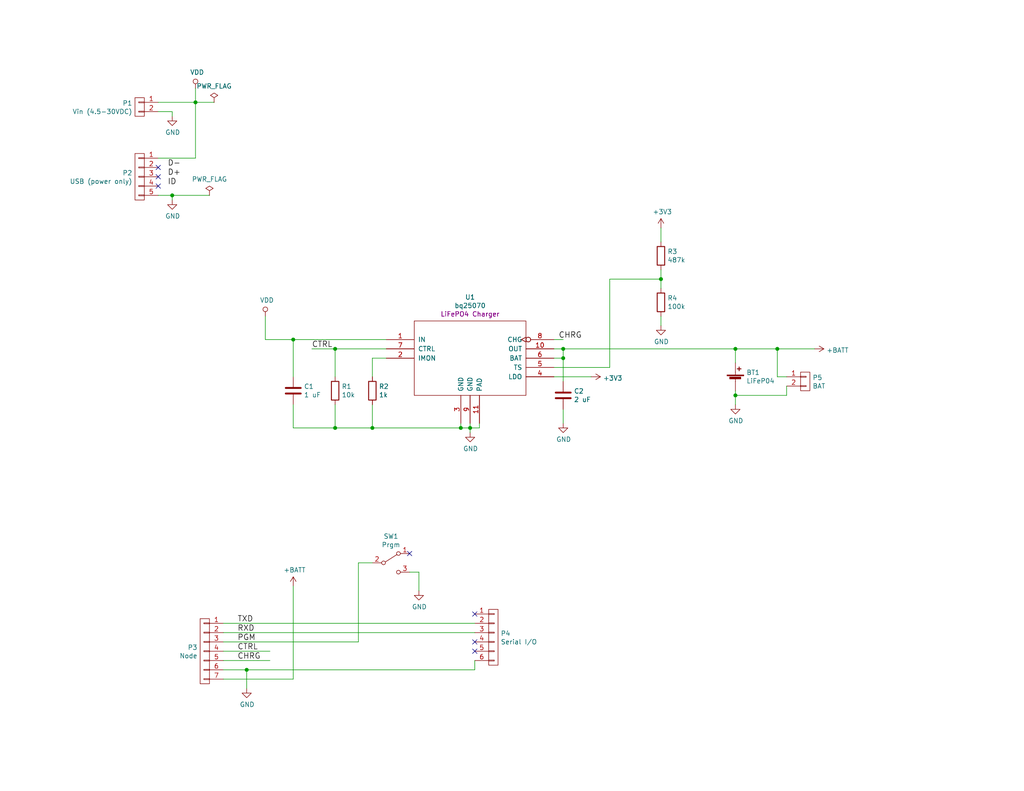
<source format=kicad_sch>
(kicad_sch (version 20230121) (generator eeschema)
  (paper "USLetter")
  (title_block (company "RockingD Labs"))
  (lib_symbols
    (symbol "nodePWR-rescue:+3V3" (power) (pin_names (offset 0))
      (property "Value" "+3V3" (at 0 3.556 0))
      (symbol "+3V3_0_1"
        (polyline (pts (xy -0.762 1.27) (xy 0 2.54)))
        (polyline (pts (xy 0 0) (xy 0 2.54)))
        (polyline (pts (xy 0 2.54) (xy 0.762 1.27)))
      )
      (symbol "+3V3_1_1"
        (pin power_in line (at 0 0 90) (length 0) hide (name "+3V3") (number "1"))
      )
    )
    (symbol "nodePWR-rescue:+BATT" (power) (pin_names (offset 0))
      (property "Value" "+BATT" (at 0 3.556 0))
      (symbol "+BATT_0_1"
        (polyline (pts (xy -0.762 1.27) (xy 0 2.54)))
        (polyline (pts (xy 0 0) (xy 0 2.54)))
        (polyline (pts (xy 0 2.54) (xy 0.762 1.27)))
      )
      (symbol "+BATT_1_1"
        (pin power_in line (at 0 0 90) (length 0) hide (name "+BATT") (number "1"))
      )
    )
    (symbol "nodePWR-rescue:Battery_Cell" (pin_numbers hide) (pin_names (offset 0) hide)
      (property "Reference" "BT" (at 2.54 2.54 0))
      (property "Value" "Battery_Cell" (at 2.54 0 0))
      (symbol "Battery_Cell_0_1"
        (rectangle (start -2.286 1.778) (end 2.286 1.524) (fill (type outline)))
        (rectangle (start -1.5748 1.1938) (end 1.4732 0.6858) (fill (type outline)))
        (polyline (pts (xy 0 0.762) (xy 0 0)))
        (polyline (pts (xy 0 1.778) (xy 0 2.54)))
        (polyline (pts (xy 0.508 3.429) (xy 1.524 3.429)) (stroke (width 0.254)))
        (polyline (pts (xy 1.016 3.937) (xy 1.016 2.921)) (stroke (width 0.254)))
      )
      (symbol "Battery_Cell_1_1"
        (pin passive line (at 0 5.08 270) (length 2.54) (name "+") (number "1"))
        (pin passive line (at 0 -2.54 90) (length 2.54) (name "-") (number "2"))
      )
    )
    (symbol "nodePWR-rescue:C" (pin_numbers hide) (pin_names (offset 0.254))
      (property "Reference" "C" (at 0.635 2.54 0))
      (property "Value" "C" (at 0.635 -2.54 0))
      (symbol "C_0_1"
        (polyline (pts (xy -2.032 -0.762) (xy 2.032 -0.762)) (stroke (width 0.508)))
        (polyline (pts (xy -2.032 0.762) (xy 2.032 0.762)) (stroke (width 0.508)))
      )
      (symbol "C_1_1"
        (pin passive line (at 0 3.81 270) (length 2.794) (name "~") (number "1"))
        (pin passive line (at 0 -3.81 90) (length 2.794) (name "~") (number "2"))
      )
    )
    (symbol "nodePWR-rescue:CONN_01X02" (pin_names (offset 1.016) hide)
      (property "Reference" "P" (at 0 3.81 0))
      (property "Value" "CONN_01X02" (at 2.54 0 90))
      (symbol "CONN_01X02_0_1"
        (rectangle (start -1.27 -1.143) (end 0.254 -1.397))
        (rectangle (start -1.27 1.397) (end 0.254 1.143))
        (rectangle (start -1.27 2.54) (end 1.27 -2.54))
      )
      (symbol "CONN_01X02_1_1"
        (pin passive line (at -5.08 1.27 0) (length 3.81) (name "P1") (number "1"))
        (pin passive line (at -5.08 -1.27 0) (length 3.81) (name "P2") (number "2"))
      )
    )
    (symbol "nodePWR-rescue:CONN_01X05" (pin_names (offset 1.016) hide)
      (property "Reference" "P" (at 0 7.62 0))
      (property "Value" "CONN_01X05" (at 2.54 0 90))
      (symbol "CONN_01X05_0_1"
        (rectangle (start -1.27 -4.953) (end 0.254 -5.207))
        (rectangle (start -1.27 -2.413) (end 0.254 -2.667))
        (rectangle (start -1.27 0.127) (end 0.254 -0.127))
        (rectangle (start -1.27 2.667) (end 0.254 2.413))
        (rectangle (start -1.27 5.207) (end 0.254 4.953))
        (rectangle (start -1.27 6.35) (end 1.27 -6.35))
      )
      (symbol "CONN_01X05_1_1"
        (pin passive line (at -5.08 5.08 0) (length 3.81) (name "P1") (number "1"))
        (pin passive line (at -5.08 2.54 0) (length 3.81) (name "P2") (number "2"))
        (pin passive line (at -5.08 0 0) (length 3.81) (name "P3") (number "3"))
        (pin passive line (at -5.08 -2.54 0) (length 3.81) (name "P4") (number "4"))
        (pin passive line (at -5.08 -5.08 0) (length 3.81) (name "P5") (number "5"))
      )
    )
    (symbol "nodePWR-rescue:CONN_01X06" (pin_names (offset 1.016) hide)
      (property "Reference" "P" (at 0 8.89 0))
      (property "Value" "CONN_01X06" (at 2.54 0 90))
      (symbol "CONN_01X06_0_1"
        (rectangle (start -1.27 -6.223) (end 0.254 -6.477))
        (rectangle (start -1.27 -3.683) (end 0.254 -3.937))
        (rectangle (start -1.27 -1.143) (end 0.254 -1.397))
        (rectangle (start -1.27 1.397) (end 0.254 1.143))
        (rectangle (start -1.27 3.937) (end 0.254 3.683))
        (rectangle (start -1.27 6.477) (end 0.254 6.223))
        (rectangle (start -1.27 7.62) (end 1.27 -7.62))
      )
      (symbol "CONN_01X06_1_1"
        (pin passive line (at -5.08 6.35 0) (length 3.81) (name "P1") (number "1"))
        (pin passive line (at -5.08 3.81 0) (length 3.81) (name "P2") (number "2"))
        (pin passive line (at -5.08 1.27 0) (length 3.81) (name "P3") (number "3"))
        (pin passive line (at -5.08 -1.27 0) (length 3.81) (name "P4") (number "4"))
        (pin passive line (at -5.08 -3.81 0) (length 3.81) (name "P5") (number "5"))
        (pin passive line (at -5.08 -6.35 0) (length 3.81) (name "P6") (number "6"))
      )
    )
    (symbol "nodePWR-rescue:CONN_01X07" (pin_names (offset 1.016) hide)
      (property "Reference" "P" (at 0 10.16 0))
      (property "Value" "CONN_01X07" (at 2.54 0 90))
      (symbol "CONN_01X07_0_1"
        (rectangle (start -1.27 -8.89) (end 1.27 8.89))
        (rectangle (start -1.27 -7.493) (end 0.254 -7.747))
        (rectangle (start -1.27 -4.953) (end 0.254 -5.207))
        (rectangle (start -1.27 -2.413) (end 0.254 -2.667))
        (rectangle (start -1.27 0.127) (end 0.254 -0.127))
        (rectangle (start -1.27 2.667) (end 0.254 2.413))
        (rectangle (start -1.27 5.207) (end 0.254 4.953))
        (rectangle (start -1.27 7.747) (end 0.254 7.493))
      )
      (symbol "CONN_01X07_1_1"
        (pin passive line (at -5.08 7.62 0) (length 3.81) (name "P1") (number "1"))
        (pin passive line (at -5.08 5.08 0) (length 3.81) (name "P2") (number "2"))
        (pin passive line (at -5.08 2.54 0) (length 3.81) (name "P3") (number "3"))
        (pin passive line (at -5.08 0 0) (length 3.81) (name "P4") (number "4"))
        (pin passive line (at -5.08 -2.54 0) (length 3.81) (name "P5") (number "5"))
        (pin passive line (at -5.08 -5.08 0) (length 3.81) (name "P6") (number "6"))
        (pin passive line (at -5.08 -7.62 0) (length 3.81) (name "P7") (number "7"))
      )
    )
    (symbol "nodePWR-rescue:GND" (power) (pin_names (offset 0))
      (property "Value" "GND" (at 0 -3.81 0))
      (symbol "GND_0_1"
        (polyline (pts (xy 0 0) (xy 0 -1.27) (xy 1.27 -1.27) (xy 0 -2.54) (xy -1.27 -1.27) (xy 0 -1.27)))
      )
      (symbol "GND_1_1"
        (pin power_in line (at 0 0 270) (length 0) hide (name "GND") (number "1"))
      )
    )
    (symbol "nodePWR-rescue:PWR_FLAG" (power) (pin_numbers hide) (pin_names (offset 0) hide)
      (property "Value" "PWR_FLAG" (at 0 3.81 0))
      (symbol "PWR_FLAG_0_0"
        (pin power_out line (at 0 0 90) (length 0) (name "pwr") (number "1"))
      )
      (symbol "PWR_FLAG_0_1"
        (polyline (pts (xy 0 0) (xy 0 1.27) (xy -1.016 1.905) (xy 0 2.54) (xy 1.016 1.905) (xy 0 1.27)))
      )
    )
    (symbol "nodePWR-rescue:R" (pin_numbers hide) (pin_names (offset 0))
      (property "Reference" "R" (at 2.032 0 90))
      (property "Value" "R" (at 0 0 90))
      (symbol "R_0_1"
        (rectangle (start -1.016 -2.54) (end 1.016 2.54) (stroke (width 0.254)))
      )
      (symbol "R_1_1"
        (pin passive line (at 0 3.81 270) (length 1.27) (name "~") (number "1"))
        (pin passive line (at 0 -3.81 90) (length 1.27) (name "~") (number "2"))
      )
    )
    (symbol "nodePWR-rescue:SW_SPDT" (pin_names (offset 0) hide)
      (property "Reference" "SW" (at 0 4.318 0))
      (property "Value" "SW_SPDT" (at 0 -5.08 0))
      (symbol "SW_SPDT_0_0"
        (circle (center -2.032 0) (radius 0.508))
        (circle (center 2.032 -2.54) (radius 0.508))
      )
      (symbol "SW_SPDT_0_1"
        (polyline (pts (xy -1.524 0.254) (xy 1.651 2.286)))
        (circle (center 2.032 2.54) (radius 0.508))
      )
      (symbol "SW_SPDT_1_1"
        (pin passive line (at 5.08 2.54 180) (length 2.54) (name "A") (number "1"))
        (pin passive line (at -5.08 0 0) (length 2.54) (name "B") (number "2"))
        (pin passive line (at 5.08 -2.54 180) (length 2.54) (name "C") (number "3"))
      )
    )
    (symbol "nodePWR-rescue:VDD" (power) (pin_names (offset 0))
      (property "Value" "VDD" (at 0 3.81 0))
      (symbol "VDD_0_1"
        (polyline (pts (xy 0 0) (xy 0 1.27)))
        (circle (center 0 1.905) (radius 0.635))
      )
      (symbol "VDD_1_1"
        (pin power_in line (at 0 0 90) (length 0) hide (name "VDD") (number "1"))
      )
    )
    (symbol "nodePWR-rescue:bq25070" (pin_names (offset 1.016))
      (property "Reference" "U" (at 12.7 11.43 0))
      (property "Value" "bq25070" (at 0 2.54 0))
      (property "Datasheet" "LiFePO4 Charger" (at 0 0 0))
      (symbol "bq25070_1_0"
        (rectangle (start -15.24 -10.16) (end 15.24 10.16))
      )
      (symbol "bq25070_1_1"
        (pin power_in line (at -22.86 5.08 0) (length 7.62) (name "IN") (number "1"))
        (pin power_out line (at 22.86 2.54 180) (length 7.62) (name "OUT") (number "10"))
        (pin power_in line (at 2.54 -17.78 90) (length 7.62) (name "PAD") (number "11"))
        (pin output line (at -22.86 0 0) (length 7.62) (name "IMON") (number "2"))
        (pin power_in line (at -2.54 -17.78 90) (length 7.62) (name "GND") (number "3"))
        (pin power_out line (at 22.86 -5.08 180) (length 7.62) (name "LDO") (number "4"))
        (pin input line (at 22.86 -2.54 180) (length 7.62) (name "TS") (number "5"))
        (pin passive line (at 22.86 0 180) (length 7.62) (name "BAT") (number "6"))
        (pin input line (at -22.86 2.54 0) (length 7.62) (name "CTRL") (number "7"))
        (pin open_collector inverted_clock (at 22.86 5.08 180) (length 7.62) (name "CHG") (number "8"))
        (pin power_in line (at 0 -17.78 90) (length 7.62) (name "GND") (number "9"))
      )
    )
  )
  (junction (at 91.44 95.25))
  (junction (at 101.6 116.84))
  (junction (at 153.67 95.25))
  (junction (at 46.99 53.34))
  (junction (at 200.66 95.25))
  (junction (at 200.66 107.95))
  (junction (at 153.67 97.79))
  (junction (at 212.09 95.25))
  (junction (at 125.73 116.84))
  (junction (at 91.44 116.84))
  (junction (at 53.34 27.94))
  (junction (at 128.27 116.84))
  (junction (at 67.31 182.88))
  (junction (at 180.34 76.2))
  (junction (at 80.01 92.71))
  (no_connect (at 43.18 50.8))
  (no_connect (at 129.54 167.64))
  (no_connect (at 43.18 48.26))
  (no_connect (at 111.76 151.13))
  (no_connect (at 129.54 175.26))
  (no_connect (at 129.54 177.8))
  (no_connect (at 43.18 45.72))
  (wire (pts (xy 43.18 27.94) (xy 53.34 27.94)))
  (wire (pts (xy 128.27 116.84) (xy 128.27 118.11)))
  (wire (pts (xy 80.01 102.87) (xy 80.01 92.71)))
  (wire (pts (xy 200.66 106.68) (xy 200.66 107.95)))
  (wire (pts (xy 60.96 177.8) (xy 73.66 177.8)))
  (wire (pts (xy 72.39 86.36) (xy 72.39 92.71)))
  (wire (pts (xy 105.41 97.79) (xy 101.6 97.79)))
  (wire (pts (xy 180.34 76.2) (xy 180.34 78.74)))
  (wire (pts (xy 91.44 95.25) (xy 91.44 102.87)))
  (wire (pts (xy 200.66 107.95) (xy 214.63 107.95)))
  (wire (pts (xy 91.44 110.49) (xy 91.44 116.84)))
  (wire (pts (xy 153.67 95.25) (xy 153.67 97.79)))
  (wire (pts (xy 101.6 116.84) (xy 125.73 116.84)))
  (wire (pts (xy 214.63 107.95) (xy 214.63 105.41)))
  (wire (pts (xy 180.34 73.66) (xy 180.34 76.2)))
  (wire (pts (xy 151.13 97.79) (xy 153.67 97.79)))
  (wire (pts (xy 43.18 30.48) (xy 46.99 30.48)))
  (wire (pts (xy 53.34 27.94) (xy 53.34 43.18)))
  (wire (pts (xy 46.99 53.34) (xy 57.15 53.34)))
  (wire (pts (xy 67.31 182.88) (xy 129.54 182.88)))
  (wire (pts (xy 180.34 62.23) (xy 180.34 66.04)))
  (wire (pts (xy 53.34 43.18) (xy 43.18 43.18)))
  (wire (pts (xy 212.09 95.25) (xy 222.25 95.25)))
  (wire (pts (xy 80.01 185.42) (xy 80.01 160.02)))
  (wire (pts (xy 114.3 156.21) (xy 114.3 161.29)))
  (wire (pts (xy 91.44 95.25) (xy 105.41 95.25)))
  (wire (pts (xy 53.34 27.94) (xy 58.42 27.94)))
  (wire (pts (xy 97.79 153.67) (xy 101.6 153.67)))
  (wire (pts (xy 80.01 92.71) (xy 105.41 92.71)))
  (wire (pts (xy 60.96 170.18) (xy 129.54 170.18)))
  (wire (pts (xy 153.67 97.79) (xy 153.67 104.14)))
  (wire (pts (xy 153.67 95.25) (xy 200.66 95.25)))
  (wire (pts (xy 91.44 116.84) (xy 101.6 116.84)))
  (wire (pts (xy 80.01 110.49) (xy 80.01 116.84)))
  (wire (pts (xy 67.31 182.88) (xy 67.31 187.96)))
  (wire (pts (xy 46.99 30.48) (xy 46.99 31.75)))
  (wire (pts (xy 129.54 182.88) (xy 129.54 180.34)))
  (wire (pts (xy 151.13 102.87) (xy 161.29 102.87)))
  (wire (pts (xy 53.34 24.13) (xy 53.34 27.94)))
  (wire (pts (xy 200.66 95.25) (xy 200.66 99.06)))
  (wire (pts (xy 111.76 156.21) (xy 114.3 156.21)))
  (wire (pts (xy 101.6 97.79) (xy 101.6 102.87)))
  (wire (pts (xy 166.37 76.2) (xy 180.34 76.2)))
  (wire (pts (xy 85.09 95.25) (xy 91.44 95.25)))
  (wire (pts (xy 180.34 86.36) (xy 180.34 88.9)))
  (wire (pts (xy 200.66 95.25) (xy 212.09 95.25)))
  (wire (pts (xy 151.13 92.71) (xy 153.67 92.71)))
  (wire (pts (xy 125.73 116.84) (xy 128.27 116.84)))
  (wire (pts (xy 60.96 180.34) (xy 73.66 180.34)))
  (wire (pts (xy 80.01 116.84) (xy 91.44 116.84)))
  (wire (pts (xy 125.73 116.84) (xy 125.73 115.57)))
  (wire (pts (xy 166.37 100.33) (xy 166.37 76.2)))
  (wire (pts (xy 130.81 116.84) (xy 130.81 115.57)))
  (wire (pts (xy 43.18 53.34) (xy 46.99 53.34)))
  (wire (pts (xy 72.39 92.71) (xy 80.01 92.71)))
  (wire (pts (xy 128.27 116.84) (xy 130.81 116.84)))
  (wire (pts (xy 214.63 102.87) (xy 212.09 102.87)))
  (wire (pts (xy 60.96 182.88) (xy 67.31 182.88)))
  (wire (pts (xy 46.99 53.34) (xy 46.99 54.61)))
  (wire (pts (xy 151.13 100.33) (xy 166.37 100.33)))
  (wire (pts (xy 128.27 115.57) (xy 128.27 116.84)))
  (wire (pts (xy 212.09 102.87) (xy 212.09 95.25)))
  (wire (pts (xy 60.96 185.42) (xy 80.01 185.42)))
  (wire (pts (xy 101.6 110.49) (xy 101.6 116.84)))
  (wire (pts (xy 151.13 95.25) (xy 153.67 95.25)))
  (wire (pts (xy 60.96 175.26) (xy 97.79 175.26)))
  (wire (pts (xy 153.67 111.76) (xy 153.67 115.57)))
  (wire (pts (xy 60.96 172.72) (xy 129.54 172.72)))
  (wire (pts (xy 97.79 175.26) (xy 97.79 153.67)))
  (wire (pts (xy 200.66 107.95) (xy 200.66 110.49)))
  (label "CHRG" (at 64.77 180.34 0) (effects (font (size 1.524 1.524))))
  (label "RXD" (at 64.77 172.72 0) (effects (font (size 1.524 1.524))))
  (label "ID" (at 45.72 50.8 0) (effects (font (size 1.524 1.524))))
  (label "CHRG" (at 152.4 92.71 0) (effects (font (size 1.524 1.524))))
  (label "PGM" (at 64.77 175.26 0) (effects (font (size 1.524 1.524))))
  (label "CTRL" (at 85.09 95.25 0) (effects (font (size 1.524 1.524))))
  (label "D+" (at 45.72 48.26 0) (effects (font (size 1.524 1.524))))
  (label "CTRL" (at 64.77 177.8 0) (effects (font (size 1.524 1.524))))
  (label "TXD" (at 64.77 170.18 0) (effects (font (size 1.524 1.524))))
  (label "D-" (at 45.72 45.72 0) (effects (font (size 1.524 1.524))))
  (symbol (lib_id "nodePWR-rescue:CONN_01X05") (at 38.1 48.26 0) (mirror y) (unit 1)
    (property "Reference" "P2" (at 36.1188 47.2186 0) (effects (justify left)))
    (property "Value" "USB (power only)" (at 36.1188 49.53 0) (effects (justify left)))
    (property "Footprint" "Connect:USB_Micro-B_10103594-0001LF" (effects hide))
  )
  (symbol (lib_id "nodePWR-rescue:CONN_01X02") (at 38.1 29.21 0) (mirror y) (unit 1)
    (property "Reference" "P1" (at 36.1188 28.1686 0) (effects (justify left)))
    (property "Value" "Vin (4.5-30VDC)" (at 36.1188 30.48 0) (effects (justify left)))
    (property "Footprint" "Pin_Headers:Pin_Header_Straight_1x02" (effects hide))
  )
  (symbol (lib_id "nodePWR-rescue:SW_SPDT") (at 106.68 153.67 0) (unit 1)
    (property "Reference" "SW1" (at 106.68 146.431 0))
    (property "Value" "Prgm" (at 106.68 148.7424 0))
    (property "Footprint" "Buttons_Switches_SMD:SW_SPDT_PCM12" (effects hide))
  )
  (symbol (lib_id "nodePWR-rescue:Battery_Cell") (at 200.66 104.14 0) (unit 1)
    (property "Reference" "BT1" (at 203.6572 101.7016 0) (effects (justify left)))
    (property "Value" "LiFeP04" (at 203.6572 104.013 0) (effects (justify left)))
    (property "Footprint" "rockingdlabs:JST_PH_S2B-PH-SM4-TB_02x2.00mm_Angled" (effects hide))
  )
  (symbol (lib_id "nodePWR-rescue:GND") (at 46.99 31.75 0) (unit 1)
    (property "Reference" "#PWR01" (effects hide))
    (property "Value" "GND" (at 47.117 36.1442 0))
  )
  (symbol (lib_id "nodePWR-rescue:GND") (at 46.99 54.61 0) (unit 1)
    (property "Reference" "#PWR02" (effects hide))
    (property "Value" "GND" (at 47.117 59.0042 0))
  )
  (symbol (lib_id "nodePWR-rescue:VDD") (at 53.34 24.13 0) (unit 1)
    (property "Reference" "#PWR03" (effects hide))
    (property "Value" "VDD" (at 53.7718 19.7358 0))
  )
  (symbol (lib_id "nodePWR-rescue:bq25070") (at 128.27 97.79 0) (unit 1)
    (property "Reference" "U1" (at 128.27 81.1276 0))
    (property "Value" "bq25070" (at 128.27 83.439 0))
    (property "Footprint" "rockingdlabs:bq25070_DQC_10-DQC10_P84X2P4" (effects hide))
    (property "Datasheet" "LiFePO4 Charger" (at 128.27 85.7504 0))
  )
  (symbol (lib_id "nodePWR-rescue:GND") (at 114.3 161.29 0) (unit 1)
    (property "Reference" "#PWR04" (effects hide))
    (property "Value" "GND" (at 114.427 165.6842 0))
  )
  (symbol (lib_id "nodePWR-rescue:GND") (at 67.31 187.96 0) (unit 1)
    (property "Reference" "#PWR05" (effects hide))
    (property "Value" "GND" (at 67.437 192.3542 0))
  )
  (symbol (lib_id "nodePWR-rescue:+BATT") (at 80.01 160.02 0) (unit 1)
    (property "Reference" "#PWR06" (effects hide))
    (property "Value" "+BATT" (at 80.391 155.6258 0))
  )
  (symbol (lib_id "nodePWR-rescue:CONN_01X06") (at 134.62 173.99 0) (unit 1)
    (property "Reference" "P4" (at 136.6012 172.9486 0) (effects (justify left)))
    (property "Value" "Serial I/O" (at 136.6012 175.26 0) (effects (justify left)))
    (property "Footprint" "Pin_Headers:Pin_Header_Straight_1x06" (effects hide))
  )
  (symbol (lib_id "nodePWR-rescue:+3V3") (at 180.34 62.23 0) (unit 1)
    (property "Reference" "#PWR07" (effects hide))
    (property "Value" "+3V3" (at 180.721 57.8358 0))
  )
  (symbol (lib_id "nodePWR-rescue:GND") (at 128.27 118.11 0) (unit 1)
    (property "Reference" "#PWR08" (effects hide))
    (property "Value" "GND" (at 128.397 122.5042 0))
  )
  (symbol (lib_id "nodePWR-rescue:C") (at 153.67 107.95 0) (unit 1)
    (property "Reference" "C2" (at 156.591 106.7816 0) (effects (justify left)))
    (property "Value" "2 uF" (at 156.591 109.093 0) (effects (justify left)))
    (property "Footprint" "Capacitors_SMD:C_0603" (effects hide))
  )
  (symbol (lib_id "nodePWR-rescue:GND") (at 200.66 110.49 0) (unit 1)
    (property "Reference" "#PWR09" (effects hide))
    (property "Value" "GND" (at 200.787 114.8842 0))
  )
  (symbol (lib_id "nodePWR-rescue:GND") (at 153.67 115.57 0) (unit 1)
    (property "Reference" "#PWR010" (effects hide))
    (property "Value" "GND" (at 153.797 119.9642 0))
  )
  (symbol (lib_id "nodePWR-rescue:R") (at 180.34 69.85 0) (unit 1)
    (property "Reference" "R3" (at 182.118 68.6816 0) (effects (justify left)))
    (property "Value" "487k" (at 182.118 70.993 0) (effects (justify left)))
    (property "Footprint" "Resistors_SMD:R_0603" (effects hide))
  )
  (symbol (lib_id "nodePWR-rescue:R") (at 180.34 82.55 0) (unit 1)
    (property "Reference" "R4" (at 182.118 81.3816 0) (effects (justify left)))
    (property "Value" "100k" (at 182.118 83.693 0) (effects (justify left)))
    (property "Footprint" "Resistors_SMD:R_0603" (effects hide))
  )
  (symbol (lib_id "nodePWR-rescue:GND") (at 180.34 88.9 0) (unit 1)
    (property "Reference" "#PWR011" (effects hide))
    (property "Value" "GND" (at 180.467 93.2942 0))
  )
  (symbol (lib_id "nodePWR-rescue:+3V3") (at 161.29 102.87 270) (unit 1)
    (property "Reference" "#PWR012" (effects hide))
    (property "Value" "+3V3" (at 164.5412 103.251 90) (effects (justify left)))
  )
  (symbol (lib_id "nodePWR-rescue:VDD") (at 72.39 86.36 0) (unit 1)
    (property "Reference" "#PWR013" (effects hide))
    (property "Value" "VDD" (at 72.8218 81.9658 0))
  )
  (symbol (lib_id "nodePWR-rescue:R") (at 91.44 106.68 0) (unit 1)
    (property "Reference" "R1" (at 93.218 105.5116 0) (effects (justify left)))
    (property "Value" "10k" (at 93.218 107.823 0) (effects (justify left)))
    (property "Footprint" "Resistors_SMD:R_0603" (effects hide))
  )
  (symbol (lib_id "nodePWR-rescue:R") (at 101.6 106.68 0) (unit 1)
    (property "Reference" "R2" (at 103.378 105.5116 0) (effects (justify left)))
    (property "Value" "1k" (at 103.378 107.823 0) (effects (justify left)))
    (property "Footprint" "Resistors_SMD:R_0603" (effects hide))
  )
  (symbol (lib_id "nodePWR-rescue:C") (at 80.01 106.68 0) (unit 1)
    (property "Reference" "C1" (at 82.931 105.5116 0) (effects (justify left)))
    (property "Value" "1 uF" (at 82.931 107.823 0) (effects (justify left)))
    (property "Footprint" "Capacitors_SMD:C_0603" (effects hide))
  )
  (symbol (lib_id "nodePWR-rescue:+BATT") (at 222.25 95.25 270) (unit 1)
    (property "Reference" "#PWR014" (effects hide))
    (property "Value" "+BATT" (at 225.5012 95.631 90) (effects (justify left)))
  )
  (symbol (lib_id "nodePWR-rescue:CONN_01X02") (at 219.71 104.14 0) (unit 1)
    (property "Reference" "P5" (at 221.6912 103.0986 0) (effects (justify left)))
    (property "Value" "BAT" (at 221.6912 105.41 0) (effects (justify left)))
    (property "Footprint" "Pin_Headers:Pin_Header_Straight_1x02" (effects hide))
  )
  (symbol (lib_id "nodePWR-rescue:CONN_01X07") (at 55.88 177.8 0) (mirror y) (unit 1)
    (property "Reference" "P3" (at 53.8988 176.7586 0) (effects (justify left)))
    (property "Value" "Node" (at 53.8988 179.07 0) (effects (justify left)))
    (property "Footprint" "rockingdlabs:FPC_conn-7_8x4.9mm_Pitch0.5mm" (effects hide))
  )
  (symbol (lib_id "nodePWR-rescue:PWR_FLAG") (at 58.42 27.94 0) (unit 1)
    (property "Reference" "#FLG015" (effects hide))
    (property "Value" "PWR_FLAG" (at 58.42 23.5204 0))
  )
  (symbol (lib_id "nodePWR-rescue:PWR_FLAG") (at 57.15 53.34 0) (unit 1)
    (property "Reference" "#FLG016" (effects hide))
    (property "Value" "PWR_FLAG" (at 57.15 48.9204 0))
  )
)
</source>
